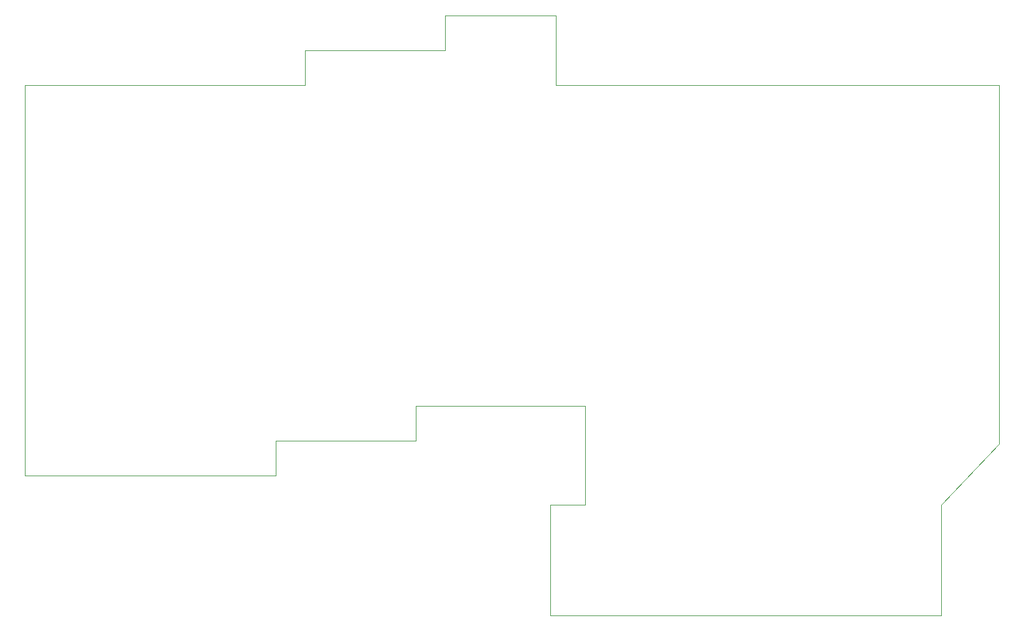
<source format=gbr>
%TF.GenerationSoftware,KiCad,Pcbnew,7.0.6*%
%TF.CreationDate,2023-09-12T11:18:07+08:00*%
%TF.ProjectId,kbv2,6b627632-2e6b-4696-9361-645f70636258,rev?*%
%TF.SameCoordinates,Original*%
%TF.FileFunction,Profile,NP*%
%FSLAX46Y46*%
G04 Gerber Fmt 4.6, Leading zero omitted, Abs format (unit mm)*
G04 Created by KiCad (PCBNEW 7.0.6) date 2023-09-12 11:18:07*
%MOMM*%
%LPD*%
G01*
G04 APERTURE LIST*
%TA.AperFunction,Profile*%
%ADD10C,0.100000*%
%TD*%
G04 APERTURE END LIST*
D10*
X125193750Y-104184375D02*
X125193750Y-108946875D01*
X72012500Y-60528125D02*
X106143750Y-60528125D01*
X148212500Y-60528125D02*
X204568750Y-60528125D01*
X125193750Y-55765625D02*
X129162500Y-55765625D01*
X106143750Y-108946875D02*
X106143750Y-113709375D01*
X129162500Y-51003125D02*
X144243750Y-51003125D01*
X148212500Y-104184375D02*
X144243750Y-104184375D01*
X204568750Y-109343750D02*
X196631250Y-117678125D01*
X196631250Y-117678125D02*
X196631250Y-132759375D01*
X148212500Y-117678125D02*
X148212500Y-104184375D01*
X129162500Y-104184375D02*
X125193750Y-104184375D01*
X91062500Y-113709375D02*
X72012500Y-113709375D01*
X129162500Y-55765625D02*
X129162500Y-51003125D01*
X72012500Y-113709375D02*
X72012500Y-60528125D01*
X204568750Y-60528125D02*
X204568750Y-109343750D01*
X110112500Y-55765625D02*
X125193750Y-55765625D01*
X143450000Y-132759375D02*
X143450000Y-117678125D01*
X144243750Y-104184375D02*
X129162500Y-104184375D01*
X106143750Y-60528125D02*
X110112500Y-60528125D01*
X144243750Y-51003125D02*
X144243750Y-60528125D01*
X110112500Y-108946875D02*
X106143750Y-108946875D01*
X143450000Y-117678125D02*
X148212500Y-117678125D01*
X106143750Y-113709375D02*
X91062500Y-113709375D01*
X144243750Y-60528125D02*
X148212500Y-60528125D01*
X196631250Y-132759375D02*
X143450000Y-132759375D01*
X125193750Y-108946875D02*
X110112500Y-108946875D01*
X110112500Y-60528125D02*
X110112500Y-55765625D01*
M02*

</source>
